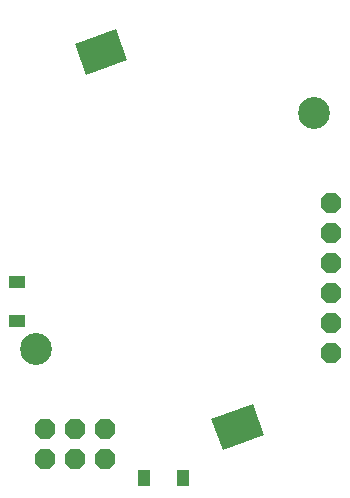
<source format=gbr>
G04 EAGLE Gerber RS-274X export*
G75*
%MOMM*%
%FSLAX34Y34*%
%LPD*%
%INSoldermask Top*%
%IPPOS*%
%AMOC8*
5,1,8,0,0,1.08239X$1,22.5*%
G01*
%ADD10C,2.703200*%
%ADD11R,3.703200X2.803200*%
%ADD12P,1.869504X8X112.500000*%
%ADD13P,1.869504X8X22.500000*%
%ADD14R,1.403200X1.103200*%
%ADD15R,1.103200X1.403200*%


D10*
X262500Y320000D03*
X27500Y120000D03*
D11*
G36*
X220336Y47415D02*
X185538Y34749D01*
X175950Y61089D01*
X210748Y73755D01*
X220336Y47415D01*
G37*
G36*
X104734Y365031D02*
X69936Y352365D01*
X60348Y378705D01*
X95146Y391371D01*
X104734Y365031D01*
G37*
D12*
X277000Y116500D03*
X277000Y141900D03*
X277000Y167300D03*
X277000Y192700D03*
X277000Y218100D03*
X277000Y243500D03*
D13*
X34600Y27300D03*
X34600Y52700D03*
X60000Y27300D03*
X60000Y52700D03*
X85400Y27300D03*
X85400Y52700D03*
D14*
X11000Y176500D03*
X11000Y143500D03*
D15*
X118500Y11000D03*
X151500Y11000D03*
M02*

</source>
